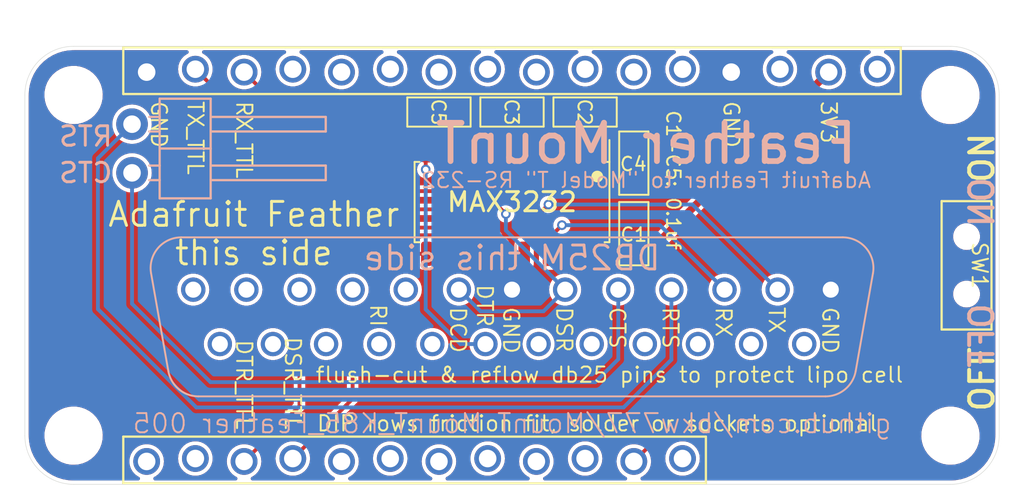
<source format=kicad_pcb>
(kicad_pcb (version 20211014) (generator pcbnew)
  (title_block (title "MounT_K85_Feather") (date "2022-10-23") (rev "005") (company "Brian K. White - b.kenyon.w@gmail.com") (comment 2 "github.com/bkw777/MounT"))
  (layers (0 "F.Cu" signal) (31 "B.Cu" signal) (34 "B.Paste" user) (35 "F.Paste" user) (36 "B.SilkS" user "B.Silkscreen") (37 "F.SilkS" user "F.Silkscreen") (38 "B.Mask" user) (39 "F.Mask" user) (44 "Edge.Cuts" user))
  (net 0 "")
  (net 1 "GND")
  (net 2 "/En")
  (net 3 "+3V3")
  (net 4 "/DTR_TTL")
  (net 5 "/DSR_TTL")
  (net 6 "/TX_TTL")
  (net 7 "/RX_TTL")
  (net 8 "/DTR_232")
  (net 9 "/CTS_232")
  (net 10 "/RTS_232")
  (net 11 "/RX_232")
  (net 12 "/TX_232")
  (net 33 "/DSR_DCD_232")
  (net 46 "/RI_232")
  (net 50 "Net-(C2-Pad1)")
  (net 51 "Net-(C2-Pad2)")
  (net 52 "Net-(C3-Pad1)")
  (net 53 "Net-(C3-Pad2)")
  (net 54 "Net-(C4-Pad1)")
  (net 55 "Net-(C5-Pad1)")
  (footprint "0_LOCAL:C_0805" (layer "F.Cu") (at 151.13 88.519 180)
    (fp_text reference "C2" (at 0.0254 0 270 unlocked) (layer "F.SilkS") (effects (font (size 0.7112 0.7112) (thickness 0.1016))))
    (fp_text value "0.1uf")
    (fp_line (start -1.651 -0.762) (end -1.651 0.762) (layer "F.SilkS") (width 0.1016))
    (fp_line (start 1.651 -0.762) (end -1.651 -0.762) (layer "F.SilkS") (width 0.1016))
    (fp_line (start 1.651 -0.762) (end 1.651 0.762) (layer "F.SilkS") (width 0.1016))
    (fp_line (start -1.651 0.762) (end 1.651 0.762) (layer "F.SilkS") (width 0.1016))
    (pad "1" smd roundrect locked (at -1 0 180) (size 1 1.25) (layers "F.Cu" "F.Paste" "F.Mask") (net 50 "Net-(C2-Pad1)"))
    (pad "2" smd roundrect locked (at 1 0 180) (size 1 1.25) (layers "F.Cu" "F.Paste" "F.Mask") (net 51 "Net-(C2-Pad2)"))
  )
  (footprint "0_LOCAL:C_0805" (layer "F.Cu") (at 147.32 88.519 180)
    (fp_text reference "C3" (at 0.0254 0 270 unlocked) (layer "F.SilkS") (effects (font (size 0.7112 0.7112) (thickness 0.1016))))
    (fp_text value "0.1uf")
    (fp_line (start 1.651 -0.762) (end -1.651 -0.762) (layer "F.SilkS") (width 0.1016))
    (fp_line (start -1.651 -0.762) (end -1.651 0.762) (layer "F.SilkS") (width 0.1016))
    (fp_line (start -1.651 0.762) (end 1.651 0.762) (layer "F.SilkS") (width 0.1016))
    (fp_line (start 1.651 -0.762) (end 1.651 0.762) (layer "F.SilkS") (width 0.1016))
    (pad "1" smd roundrect locked (at -1 0 180) (size 1 1.25) (layers "F.Cu" "F.Paste" "F.Mask") (net 52 "Net-(C3-Pad1)"))
    (pad "2" smd roundrect locked (at 1 0 180) (size 1 1.25) (layers "F.Cu" "F.Paste" "F.Mask") (net 53 "Net-(C3-Pad2)"))
  )
  (footprint "0_LOCAL:Adafruit_Feather_stagger_6mil" (layer "F.Cu") (at 147.32 96.52 180)
    (fp_text reference "J1" hide)
    (fp_text value "Adafruit_Feather")
    (fp_line (start 20.2692 -11.3792) (end -10.1092 -11.3792) (layer "F.SilkS") (width 0.12))
    (fp_line (start 20.2692 11.3792) (end 20.2692 8.9408) (layer "F.SilkS") (width 0.12))
    (fp_line (start 20.2692 8.9408) (end -20.2692 8.9408) (layer "F.SilkS") (width 0.12))
    (fp_line (start -10.1092 -8.9408) (end 20.2692 -8.9408) (layer "F.SilkS") (width 0.12))
    (fp_line (start -20.2692 8.9408) (end -20.2692 11.3792) (layer "F.SilkS") (width 0.12))
    (fp_line (start -20.2692 11.3792) (end 20.2692 11.3792) (layer "F.SilkS") (width 0.12))
    (fp_line (start -10.1092 -11.3792) (end -10.1092 -8.9408) (layer "F.SilkS") (width 0.12))
    (fp_line (start 20.2692 -8.9408) (end 20.2692 -11.3792) (layer "F.SilkS") (width 0.12))
    (pad "" np_thru_hole circle locked (at 22.86 8.89 180) (size 2.54 2.54) (drill 2.54) (layers *.Cu *.Mask))
    (pad "" np_thru_hole circle locked (at -22.86 -8.89 180) (size 2.54 2.54) (drill 2.54) (layers *.Cu *.Mask))
    (pad "" np_thru_hole circle locked (at -22.86 8.89 180) (size 2.54 2.54) (drill 2.54) (layers *.Cu *.Mask))
    (pad "" np_thru_hole circle locked (at 22.86 -8.89 180) (size 2.54 2.54) (drill 2.54) (layers *.Cu *.Mask))
    (pad "1" thru_hole circle locked (at -19.05 10.2362 180) (size 1.397 1.397) (drill 0.9144) (layers *.Cu *.Mask))
    (pad "2" thru_hole circle locked (at -16.51 10.0838 180) (size 1.397 1.397) (drill 0.9144) (layers *.Cu *.Mask) (net 3 "+3V3"))
    (pad "3" thru_hole circle locked (at -13.97 10.2362 180) (size 1.397 1.397) (drill 0.9144) (layers *.Cu *.Mask))
    (pad "4" thru_hole circle locked (at -11.43 10.0838 180) (size 1.397 1.397) (drill 0.9144) (layers *.Cu *.Mask) (net 1 "GND"))
    (pad "5" thru_hole circle locked (at -8.89 10.2362 180) (size 1.397 1.397) (drill 0.9144) (layers *.Cu *.Mask))
    (pad "6" thru_hole circle locked (at -6.35 10.0838 180) (size 1.397 1.397) (drill 0.9144) (layers *.Cu *.Mask))
    (pad "7" thru_hole circle locked (at -3.81 10.2362 180) (size 1.397 1.397) (drill 0.9144) (layers *.Cu *.Mask))
    (pad "8" thru_hole circle locked (at -1.27 10.0838 180) (size 1.397 1.397) (drill 0.9144) (layers *.Cu *.Mask))
    (pad "9" thru_hole circle locked (at 1.27 10.2362 180) (size 1.397 1.397) (drill 0.9144) (layers *.Cu *.Mask))
    (pad "10" thru_hole circle locked (at 3.81 10.0838 180) (size 1.397 1.397) (drill 0.9144) (layers *.Cu *.Mask))
    (pad "11" thru_hole circle locked (at 6.35 10.2362 180) (size 1.397 1.397) (drill 0.9144) (layers *.Cu *.Mask))
    (pad "12" thru_hole circle locked (at 8.89 10.0838 180) (size 1.397 1.397) (drill 0.9144) (layers *.Cu *.Mask))
    (pad "13" thru_hole circle locked (at 11.43 10.2362 180) (size 1.397 1.397) (drill 0.9144) (layers *.Cu *.Mask))
    (pad "14" thru_hole circle locked (at 13.97 10.0838 180) (size 1.397 1.397) (drill 0.9144) (layers *.Cu *.Mask) (net 7 "/RX_TTL"))
    (pad "15" thru_hole circle locked (at 16.51 10.2362 180) (size 1.397 1.397) (drill 0.9144) (layers *.Cu *.Mask) (net 6 "/TX_TTL"))
    (pad "16" thru_hole circle locked (at 19.05 10.0838 180) (size 1.397 1.397) (drill 0.9144) (layers *.Cu *.Mask) (net 1 "GND"))
    (pad "17" thru_hole circle locked (at 19.05 -10.2362 180) (size 1.397 1.397) (drill 0.9144) (layers *.Cu *.Mask))
    (pad "18" thru_hole circle locked (at 16.51 -10.0838 180) (size 1.397 1.397) (drill 0.9144) (layers *.Cu *.Mask))
    (pad "19" thru_hole circle locked (at 13.97 -10.2362 180) (size 1.397 1.397) (drill 0.9144) (layers *.Cu *.Mask) (net 4 "/DTR_TTL"))
    (pad "20" thru_hole circle locked (at 11.43 -10.0838 180) (size 1.397 1.397) (drill 0.9144) (layers *.Cu *.Mask) (net 5 "/DSR_TTL"))
    (pad "21" thru_hole circle locked (at 8.89 -10.2362 180) (size 1.397 1.397) (drill 0.9144) (layers *.Cu *.Mask))
    (pad "22" thru_hole circle locked (at 6.35 -10.0838 180) (size 1.397 1.397) (drill 0.9144) (layers *.Cu *.Mask))
    (pad "23" thru_hole circle locked (at 3.81 -10.2362 180) (size 1.397 1.397) (drill 0.9144) (layers *.Cu *.Mask))
    (pad "24" thru_hole circle locked (at 1.27 -10.0838 180) (size 1.397 1.397) (drill 0.9144) (layers *.Cu *.Mask))
    (pad "25" thru_hole circle locked (at -1.27 -10.2362 180) (size 1.397 1.397) (drill 0.9144) (layers *.Cu *.Mask))
    (pad "26" thru_hole circle locked (at -3.81 -10.0838 180) (size 1.397 1.397) (drill 0.9144) (layers *.Cu *.Mask))
    (pad "27" thru_hole circle locked (at -6.35 -10.2362 180) (size 1.397 1.397) (drill 0.9144) (layers *.Cu *.Mask) (net 2 "/En"))
    (pad "28" thru_hole circle locked (at -8.89 -10.0838 180) (size 1.397 1.397) (drill 0.9144) (layers *.Cu *.Mask))
  )
  (footprint "0_LOCAL:SOIC-16_W3.90mm" (layer "F.Cu") (at 147.32 93.218 180)
    (fp_text reference "U1" hide)
    (fp_text value "MAX3232" (at 0 0) (layer "F.SilkS"))
    (fp_line (start 4.826 2.0955) (end 5.08 2.0955) (layer "F.SilkS") (width 0.1))
    (fp_line (start -5.08 -2.0955) (end -4.826 -2.0955) (layer "F.SilkS") (width 0.1))
    (fp_line (start 4.826 -2.0955) (end 5.08 -2.0955) (layer "F.SilkS") (width 0.1))
    (fp_line (start -5.08 2.0955) (end -4.826 2.0955) (layer "F.SilkS") (width 0.1))
    (fp_line (start -5.08 -2.0955) (end -5.08 3.2385) (layer "F.SilkS") (width 0.1))
    (fp_line (start 5.08 2.0955) (end 5.08 -2.0955) (layer "F.SilkS") (width 0.1))
    (fp_circle (center -4.445 1.3335) (end -4.2926 1.3335) (layer "F.SilkS") (width 0.3048) (fill none))
    (pad "1" smd roundrect locked (at -4.445 2.7 180) (size 0.6 1.27) (layers "F.Cu" "F.Paste" "F.Mask") (net 50 "Net-(C2-Pad1)"))
    (pad "2" smd roundrect locked (at -3.175 2.7 180) (size 0.6 1.27) (layers "F.Cu" "F.Paste" "F.Mask") (net 54 "Net-(C4-Pad1)"))
    (pad "3" smd roundrect locked (at -1.905 2.7 180) (size 0.6 1.27) (layers "F.Cu" "F.Paste" "F.Mask") (net 51 "Net-(C2-Pad2)"))
    (pad "4" smd roundrect locked (at -0.635 2.7 180) (size 0.6 1.27) (layers "F.Cu" "F.Paste" "F.Mask") (net 52 "Net-(C3-Pad1)"))
    (pad "5" smd roundrect locked (at 0.635 2.7 180) (size 0.6 1.27) (layers "F.Cu" "F.Paste" "F.Mask") (net 53 "Net-(C3-Pad2)"))
    (pad "6" smd roundrect locked (at 1.905 2.7 180) (size 0.6 1.27) (layers "F.Cu" "F.Paste" "F.Mask") (net 55 "Net-(C5-Pad1)"))
    (pad "7" smd roundrect locked (at 3.175 2.7 180) (size 0.6 1.27) (layers "F.Cu" "F.Paste" "F.Mask") (net 33 "/DSR_DCD_232"))
    (pad "8" smd roundrect locked (at 4.445 2.7 180) (size 0.6 1.27) (layers "F.Cu" "F.Paste" "F.Mask") (net 8 "/DTR_232"))
    (pad "9" smd roundrect locked (at 4.445 -2.7 180) (size 0.6 1.27) (layers "F.Cu" "F.Paste" "F.Mask") (net 5 "/DSR_TTL"))
    (pad "10" smd roundrect locked (at 3.175 -2.7 180) (size 0.6 1.27) (layers "F.Cu" "F.Paste" "F.Mask") (net 4 "/DTR_TTL"))
    (pad "11" smd roundrect locked (at 1.905 -2.7 180) (size 0.6 1.27) (layers "F.Cu" "F.Paste" "F.Mask") (net 6 "/TX_TTL"))
    (pad "12" smd roundrect locked (at 0.635 -2.7 180) (size 0.6 1.27) (layers "F.Cu" "F.Paste" "F.Mask") (net 7 "/RX_TTL"))
    (pad "13" smd roundrect locked (at -0.635 -2.7 180) (size 0.6 1.27) (layers "F.Cu" "F.Paste" "F.Mask") (net 12 "/TX_232"))
    (pad "14" smd roundrect locked (at -1.905 -2.7 180) (size 0.6 1.27) (layers "F.Cu" "F.Paste" "F.Mask") (net 11 "/RX_232"))
    (pad "15" smd roundrect locked (at -3.175 -2.7 180) (size 0.6 1.27) (layers "F.Cu" "F.Paste" "F.Mask") (net 1 "GND"))
    (pad "16" smd roundrect locked (at -4.445 -2.7 180) (size 0.6 1.27) (layers "F.Cu" "F.Paste" "F.Mask") (net 3 "+3V3"))
  )
  (footprint "0_LOCAL:C_0805" (layer "F.Cu") (at 143.51 88.519 180)
    (fp_text reference "C5" (at 0.0254 0 270 unlocked) (layer "F.SilkS") (effects (font (size 0.7112 0.7112) (thickness 0.1016))))
    (fp_text value "0.1uf")
    (fp_line (start -1.651 0.762) (end 1.651 0.762) (layer "F.SilkS") (width 0.1016))
    (fp_line (start 1.651 -0.762) (end -1.651 -0.762) (layer "F.SilkS") (width 0.1016))
    (fp_line (start 1.651 -0.762) (end 1.651 0.762) (layer "F.SilkS") (width 0.1016))
    (fp_line (start -1.651 -0.762) (end -1.651 0.762) (layer "F.SilkS") (width 0.1016))
    (pad "1" smd roundrect locked (at -1 0 180) (size 1 1.25) (layers "F.Cu" "F.Paste" "F.Mask") (net 55 "Net-(C5-Pad1)"))
    (pad "2" smd roundrect locked (at 1 0 180) (size 1 1.25) (layers "F.Cu" "F.Paste" "F.Mask") (net 1 "GND"))
  )
  (footprint "0_LOCAL:C_0805" (layer "F.Cu") (at 153.67 94.869 90)
    (fp_text reference "C1" (at -0.0508 0) (layer "F.SilkS") (effects (font (size 0.7112 0.7112) (thickness 0.1016))))
    (fp_text value "0.1uf")
    (fp_line (start 1.651 -0.762) (end 1.651 0.762) (layer "F.SilkS") (width 0.1016))
    (fp_line (start -1.651 0.762) (end 1.651 0.762) (layer "F.SilkS") (width 0.1016))
    (fp_line (start 1.651 -0.762) (end -1.651 -0.762) (layer "F.SilkS") (width 0.1016))
    (fp_line (start -1.651 -0.762) (end -1.651 0.762) (layer "F.SilkS") (width 0.1016))
    (pad "1" smd roundrect locked (at -1 0 90) (size 1 1.25) (layers "F.Cu" "F.Paste" "F.Mask") (net 3 "+3V3"))
    (pad "2" smd roundrect locked (at 1 0 90) (size 1 1.25) (layers "F.Cu" "F.Paste" "F.Mask") (net 1 "GND"))
  )
  (footprint "0_LOCAL:C_0805" (layer "F.Cu") (at 153.67 91.186 90)
    (fp_text reference "C4" (at -0.0508 -0.0254) (layer "F.SilkS") (effects (font (size 0.7112 0.7112) (thickness 0.1016))))
    (fp_text value "0.1uf")
    (fp_line (start 1.651 -0.762) (end 1.651 0.762) (layer "F.SilkS") (width 0.1016))
    (fp_line (start -1.651 0.762) (end 1.651 0.762) (layer "F.SilkS") (width 0.1016))
    (fp_line (start -1.651 -0.762) (end -1.651 0.762) (layer "F.SilkS") (width 0.1016))
    (fp_line (start 1.651 -0.762) (end -1.651 -0.762) (layer "F.SilkS") (width 0.1016))
    (pad "1" smd roundrect locked (at -1 0 90) (size 1 1.25) (layers "F.Cu" "F.Paste" "F.Mask") (net 54 "Net-(C4-Pad1)"))
    (pad "2" smd roundrect locked (at 1 0 90) (size 1 1.25) (layers "F.Cu" "F.Paste" "F.Mask") (net 1 "GND"))
  )
  (footprint "0_LOCAL:EG1215" (layer "F.Cu") (at 171.02 96.52 90)
    (fp_text reference "SW1" (at 0 0.684 270 unlocked) (layer "F.SilkS") (effects (font (size 0.8 0.8) (thickness 0.1))))
    (fp_text value "CUS-12TB")
    (fp_line (start -3.35 -1.3) (end -3.35 1.3) (layer "F.SilkS") (width 0.12))
    (fp_line (start -3.35 1.3) (end 3.35 1.3) (layer "F.SilkS") (width 0.12))
    (fp_line (start 3.35 1.3) (end 3.35 -1.3) (layer "F.SilkS") (width 0.12))
    (fp_line (start 3.35 -1.3) (end -3.35 -1.3) (layer "F.SilkS") (width 0.12))
    (pad "" np_thru_hole circle (at -1.5 0 90) (size 0.9 0.9) (drill 0.9) (layers *.Cu *.Mask))
    (pad "" np_thru_hole circle (at 1.5 0 90) (size 0.9 0.9) (drill 0.9) (layers *.Cu *.Mask))
    (pad "1" smd roundrect (at -2.25 -1.75 90) (size 0.7 1.5) (layers "F.Cu" "F.Paste" "F.Mask") (roundrect_rratio 0.1) (net 2 "/En"))
    (pad "2" smd roundrect (at 0.75 -1.75 90) (size 0.7 1.5) (layers "F.Cu" "F.Paste" "F.Mask") (roundrect_rratio 0.1) (net 1 "GND"))
    (pad "3" smd roundrect (at 2.25 -1.75 90) (size 0.7 1.5) (layers "F.Cu" "F.Paste" "F.Mask") (roundrect_rratio 0.1) (net 1 "GND"))
    (pad "S" smd roundrect (at 3.65 1.05 90) (size 1 0.8) (layers "F.Cu" "F.Paste" "F.Mask") (roundrect_rratio 0.1) (net 1 "GND"))
    (pad "S" smd roundrect (at -3.65 -1.05 90) (size 1 0.8) (layers "F.Cu" "F.Paste" "F.Mask") (roundrect_rratio 0.1) (net 1 "GND"))
    (pad "S" smd roundrect (at 3.65 -1.05 90) (size 1 0.8) (layers "F.Cu" "F.Paste" "F.Mask") (roundrect_rratio 0.1) (net 1 "GND"))
    (pad "S" smd roundrect (at -3.65 1.05 90) (size 1 0.8) (layers "F.Cu" "F.Paste" "F.Mask") (roundrect_rratio 0.1) (net 1 "GND"))
  )
  (footprint "0_LOCAL:PinHeader_1x02_P2.54mm_Horizontal" (layer "B.Cu") (at 127.508 91.694)
    (fp_text reference "JP1" hide)
    (fp_text value "Jumper_2_Bridged")
    (fp_line (start 0.9 0.38) (end 1.44 0.38) (layer "B.SilkS") (width 0.12))
    (fp_line (start 1.44 -3.87) (end 4.1 -3.87) (layer "B.SilkS") (width 0.12))
    (fp_line (start 10.1 -2.16) (end 10.1 -2.92) (layer "B.SilkS") (width 0.12))
    (fp_line (start 0.9 -2.16) (end 1.44 -2.16) (layer "B.SilkS") (width 0.12))
    (fp_line (start 10.1 0.38) (end 10.1 -0.38) (layer "B.SilkS") (width 0.12))
    (fp_line (start 4.1 0.38) (end 10.1 0.38) (layer "B.SilkS") (width 0.12))
    (fp_line (start 4.1 -3.87) (end 4.1 1.33) (layer "B.SilkS") (width 0.12))
    (fp_line (start 10.1 -0.38) (end 4.1 -0.38) (layer "B.SilkS") (width 0.12))
    (fp_line (start 1.44 1.33) (end 1.44 -3.87) (layer "B.SilkS") (width 0.12))
    (fp_line (start 4.1 -2.16) (end 10.1 -2.16) (layer "B.SilkS") (width 0.12))
    (fp_line (start 10.1 -2.92) (end 4.1 -2.92) (layer "B.SilkS") (width 0.12))
    (fp_line (start 1.44 -1.27) (end 4.1 -1.27) (layer "B.SilkS") (width 0.12))
    (fp_line (start 0.9 -0.38) (end 1.44 -0.38) (layer "B.SilkS") (width 0.12))
    (fp_line (start 0.9 -2.92) (end 1.44 -2.92) (layer "B.SilkS") (width 0.12))
    (fp_line (start 4.1 1.33) (end 1.44 1.33) (layer "B.SilkS") (width 0.12))
    (pad "1" thru_hole circle (at 0 0) (size 1.651 1.651) (drill 0.9144) (layers *.Cu *.Mask) (net 9 "/CTS_232"))
    (pad "2" thru_hole circle (at 0 -2.54) (size 1.651 1.651) (drill 0.9144) (layers *.Cu *.Mask) (net 10 "/RTS_232"))
  )
  (footprint "0_LOCAL:DSUB-25_Male_Vertical_P2.77x2.84mm" (layer "B.Cu") (at 163.94 97.79 180)
    (fp_text reference "J2" hide)
    (fp_text value "DB25_Male")
    (fp_line (start -2.198887 0.852163) (end -1.299619 -4.247837) (layer "B.SilkS") (width 0.1))
    (fp_line (start 0.276073 -5.57) (end 32.963927 -5.57) (layer "B.SilkS") (width 0.1))
    (fp_line (start 35.438887 0.852163) (end 34.539619 -4.247837) (layer "B.SilkS") (width 0.1))
    (fp_line (start -0.623194 2.73) (end 33.863194 2.73) (layer "B.SilkS") (width 0.1))
    (fp_arc (start -1.299619 -4.247837) (mid -0.752387 -5.195671) (end 0.276073 -5.57) (layer "B.SilkS") (width 0.1))
    (fp_arc (start -0.623194 2.73) (mid -1.848865 2.15846) (end -2.198886 0.852163) (layer "B.SilkS") (width 0.1))
    (fp_arc (start 35.438886 0.852163) (mid 35.088865 2.158458) (end 33.863194 2.73) (layer "B.SilkS") (width 0.1))
    (fp_arc (start 32.963927 -5.57) (mid 33.992372 -5.195661) (end 34.539619 -4.247837) (layer "B.SilkS") (width 0.1))
    (pad "1" thru_hole roundrect locked (at 0 0 180) (size 1.27 1.27) (drill 0.8382) (layers *.Cu *.Mask) (roundrect_rratio 0.1) (net 1 "GND"))
    (pad "2" thru_hole circle locked (at 2.77 0 180) (size 1.27 1.27) (drill 0.8382) (layers *.Cu *.Mask) (net 12 "/TX_232"))
    (pad "3" thru_hole circle locked (at 5.54 0 180) (size 1.27 1.27) (drill 0.8382) (layers *.Cu *.Mask) (net 11 "/RX_232"))
    (pad "4" thru_hole circle locked (at 8.31 0 180) (size 1.27 1.27) (drill 0.8382) (layers *.Cu *.Mask) (net 10 "/RTS_232"))
    (pad "5" thru_hole circle locked (at 11.08 0 180) (size 1.27 1.27) (drill 0.8382) (layers *.Cu *.Mask) (net 9 "/CTS_232"))
    (pad "6" thru_hole circle locked (at 13.85 0 180) (size 1.27 1.27) (drill 0.8382) (layers *.Cu *.Mask) (net 33 "/DSR_DCD_232"))
    (pad "7" thru_hole circle locked (at 16.62 0 180) (size 1.27 1.27) (drill 0.8382) (layers *.Cu *.Mask) (net 1 "GND"))
    (pad "8" thru_hole circle locked (at 19.39 0 180) (size 1.27 1.27) (drill 0.8382) (layers *.Cu *.Mask) (net 33 "/DSR_DCD_232"))
    (pad "9" thru_hole circle locked (at 22.16 0 180) (size 1.27 1.27) (drill 0.8382) (layers *.Cu *.Mask))
    (pad "10" thru_hole circle locked (at 24.93 0 180) (size 1.27 1.27) (drill 0.8382) (layers *.Cu *.Mask))
    (pad "11" thru_hole circle locked (at 27.7 0 180) (size 1.27 1.27) (drill 0.8382) (layers *.Cu *.Mask))
    (pad "12" thru_hole circle locked (at 30.47 0 180) (size 1.27 1.27) (drill 0.8382) (layers *.Cu *.Mask))
    (pad "13" thru_hole circle locked (at 33.24 0 180) (size 1.27 1.27) (drill 0.8382) (layers *.Cu *.Mask))
    (pad "14" thru_hole circle locked (at 1.385 -2.84 180) (size 1.27 1.27) (drill 0.8382) (layers *.Cu *.Mask))
    (pad "15" thru_hole circle locked (at 4.155 -2.84 180) (size 1.27 1.27) (drill 0.8382) (layers *.Cu *.Mask))
    (pad "16" thru_hole circle locked (at 6.925 -2.84 180) (size 1.27 1.27) (drill 0.8382) (layers *.Cu *.Mask))
    (pad "17" thru_hole circle locked (at 9.695 -2.84 180) (size 1.27 1.27) (drill 0.8382) (layers *.Cu *.Mask))
    (pad "18" thru_hole circle locked (at 12.465 -2.84 180) (size 1.27 1.27) (drill 0.8382) (layers *.Cu *.Mask))
    (pad "19" thru_hole circle locked (at 15.235 -2.84 180) (size 1.27 1.27) (drill 0.8382) (layers *.Cu *.Mask))
    (pad "20" thru_hole circle locked (at 18.005 -2.84 180) (size 1.27 1.27) (drill 0.8382) (layers *.Cu *.Mask) (net 8 "/DTR_232"))
    (pad "21" thru_hole circle locked (at 20.775 -2.84 180) (size 1.27 1.27) (drill 0.8382) (layers *.Cu *.Mask))
    (pad "22" thru_hole circle locked (at 23.545 -2.84 180) (size 1.27 1.27) (drill 0.8382) (layers *.Cu *.Mask) (net 46 "/RI_232"))
    (pad "23" thru_hole circle locked (at 26.315 -2.84 180) (size 1.27 1.27) (drill 0.8382) (layers *.Cu *.Mask))
    (pad "24" thru_hole circle locked (at 29.085 -2.84 180) (size 1.27 1.27) (drill 0.8382) (layers *.Cu *.Mask))
    (pad "25" thru_hole circle locked (at 31.855 -2.84 180) (size 1.27 1.27) (drill 0.8382) (layers *.Cu *.Mask))
  )
  (gr_line (start 124.46 107.95) (end 170.18 107.95) (layer "Edge.Cuts") (width 0.0254))
  (gr_line (start 172.72 105.41) (end 172.72 87.63) (layer "Edge.Cuts") (width 0.0254))
  (gr_line (start 170.18 85.09) (end 124.46 85.09) (layer "Edge.Cuts") (width 0.0254))
  (gr_line (start 121.92 87.63) (end 121.92 105.41) (layer "Edge.Cuts") (width 0.0254))
  (gr_arc (start 170.18 85.09) (mid 171.976051 85.833949) (end 172.72 87.63) (layer "Edge.Cuts") (width 0.0254))
  (gr_arc (start 124.46 107.95) (mid 122.663949 107.206051) (end 121.92 105.41) (layer "Edge.Cuts") (width 0.0254))
  (gr_arc (start 121.92 87.63) (mid 122.663949 85.833949) (end 124.46 85.09) (layer "Edge.Cuts") (width 0.0254))
  (gr_arc (start 172.72 105.41) (mid 171.976051 107.206051) (end 170.18 107.95) (layer "Edge.Cuts") (width 0.0254))
  (gr_text "ON" (at 171.82 93.22 90) (layer "B.SilkS") (effects (font (size 1.2192 1.2192) (thickness 0.2032)) (justify mirror)))
  (gr_text "Feather MounT" (at 154.305 90.17) (layer "B.SilkS") (effects (font (size 2 2) (thickness 0.3)) (justify mirror)))
  (gr_text "CTS" (at 125.095 91.694) (layer "B.SilkS") (effects (font (size 1.016 1.016) (thickness 0.1524)) (justify mirror)))
  (gr_text "OFF" (at 171.82 100.22 90) (layer "B.SilkS") (effects (font (size 1.2192 1.2192) (thickness 0.2032)) (justify mirror)))
  (gr_text "DB25M this side" (at 147.32 96.139) (layer "B.SilkS") (effects (font (size 1.25 1.25)) (justify mirror)))
  (gr_text "RTS" (at 125.095 89.789) (layer "B.SilkS") (effects (font (size 1.016 1.016) (thickness 0.1524)) (justify mirror)))
  (gr_text "${COMMENT2} ${TITLE} ${REVISION}" (at 147.32 104.775) (layer "B.SilkS") (effects (font (size 1 1) (thickness 0.1)) (justify mirror)))
  (gr_text "Adafruit Feather to {dblquote}Model T{dblquote} RS-232" (at 154.305 92.075) (layer "B.SilkS") (effects (font (size 0.8 0.8) (thickness 0.1)) (justify mirror)))
  (gr_text "ON" (at 171.82 92.32 90) (layer "F.SilkS") (effects (font (size 1.2192 1.2192) (thickness 0.2032)) (justify left)))
  (gr_text "Adafruit Feather\nthis side" (at 133.858 94.869) (layer "F.SilkS") (effects (font (size 1.25 1.25))))
  (gr_text "GND" (at 158.75 87.884 -90) (layer "F.SilkS") (effects (font (size 0.8 0.8) (thickness 0.1)) (justify left)))
  (gr_text "GND" (at 128.905 87.884 -90) (layer "F.SilkS") (effects (font (size 0.8 0.8) (thickness 0.1)) (justify left)))
  (gr_text "DIP rows friction fit, solder or sockets optional" (at 151.765 104.775) (layer "F.SilkS") (effects (font (size 0.8 0.8) (thickness 0.1))))
  (gr_text "RTS" (at 155.575 98.6282 -90) (layer "F.SilkS") (effects (font (size 0.8 0.8) (thickness 0.1)) (justify left)))
  (gr_text "flush-cut & reflow db25 pins to protect lipo cell" (at 152.4 102.235) (layer "F.SilkS") (effects (font (size 0.8 0.8) (thickness 0.1))))
  (gr_text "TX" (at 161.1122 98.6282 -90) (layer "F.SilkS") (effects (font (size 0.8 0.8) (thickness 0.1)) (justify left)))
  (gr_text "GND" (at 163.9062 98.6282 -90) (layer "F.SilkS") (effects (font (size 0.8 0.8) (thickness 0.1)) (justify left)))
  (gr_text "DCD" (at 144.5006 98.6282 -90) (layer "F.SilkS") (effects (font (size 0.8 0.8) (thickness 0.1)) (justify left)))
  (gr_text "RX" (at 158.3436 98.6282 -90) (layer "F.SilkS") (effects (font (size 0.8 0.8) (thickness 0.1)) (justify left)))
  (gr_text "RX_TTL" (at 133.35 87.884 -90) (layer "F.SilkS") (effects (font (size 0.8 0.8) (thickness 0.1)) (justify left)))
  (gr_text "DSR" (at 150.0378 98.6282 -90) (layer "F.SilkS") (effects (font (size 0.8 0.8) (thickness 0.1)) (justify left)))
  (gr_text "OFF" (at 171.82 100.62 90) (layer "F.SilkS") (effects (font (size 1.2192 1.2192) (thickness 0.2032)) (justify right)))
  (gr_text "C1-C5: 0.1uf" (at 155.7274 92.075 -90) (layer "F.SilkS") (effects (font (size 0.7112 0.7112) (thickness 0.1016))))
  (gr_text "TX_TTL" (at 130.81 87.884 -90) (layer "F.SilkS") (effects (font (size 0.8 0.8) (thickness 0.1)) (justify left)))
  (gr_text "3V3" (at 163.83 87.884 -90) (layer "F.SilkS") (effects (font (size 0.8 0.8) (thickness 0.1)) (justify left)))
  (gr_text "RI" (at 140.335 99.7966 -90) (layer "F.SilkS") (effects (font (size 0.8 0.8) (thickness 0.1)) (justify right)))
  (gr_text "GND" (at 147.2692 98.6282 -90) (layer "F.SilkS") (effects (font (size 0.8 0.8) (thickness 0.1)) (justify left)))
  (gr_text "DTR" (at 145.8976 99.7966 -90) (layer "F.SilkS") (effects (font (size 0.8 0.8) (thickness 0.1)) (justify right)))
  (gr_text "DSR_TTL" (at 135.89 105.156 -90) (layer "F.SilkS") (effects (font (size 0.8 0.8) (thickness 0.1)) (justify right)))
  (gr_text "DTR_TTL" (at 133.35 105.156 -90) (layer "F.SilkS") (effects (font (size 0.8 0.8) (thickness 0.1)) (justify right)))
  (gr_text "CTS" (at 152.8064 98.6282 -90) (layer "F.SilkS") (effects (font (size 0.8 0.8) (thickness 0.1)) (justify left)))
  (segment (start 153.67 106.7562) (end 156.7312 103.695) (width 0.2) (layer "F.Cu") (net 2))
  (segment (start 156.7312 103.695) (end 163.945 103.695) (width 0.2) (layer "F.Cu") (net 2))
  (segment (start 168.87 98.77) (end 169.27 98.77) (width 0.2) (layer "F.Cu") (net 2))
  (segment (start 163.945 103.695) (end 168.87 98.77) (width 0.2) (layer "F.Cu") (net 2))
  (segment (start 163.83 86.4362) (end 154.6962 95.57) (width 0.4) (layer "F.Cu") (net 3))
  (segment (start 153.969 95.57) (end 153.67 95.869) (width 0.4) (layer "F.Cu") (net 3))
  (segment (start 151.765 95.918) (end 153.621 95.918) (width 0.4) (layer "F.Cu") (net 3))
  (segment (start 154.6962 95.57) (end 153.969 95.57) (width 0.4) (layer "F.Cu") (net 3))
  (segment (start 153.621 95.918) (end 153.67 95.869) (width 0.4) (layer "F.Cu") (net 3))
  (segment (start 151.765 95.918) (end 151.765 95.97) (width 0.4) (layer "F.Cu") (net 3))
  (segment (start 137.625 98.5188) (end 137.625 97.1726) (width 0.2) (layer "F.Cu") (net 4))
  (segment (start 143.383 94.5515) (end 143.9545 95.123) (width 0.2) (layer "F.Cu") (net 4))
  (segment (start 137.625 97.1726) (end 140.2461 94.5515) (width 0.2) (layer "F.Cu") (net 4))
  (segment (start 143.9545 95.7275) (end 144.145 95.918) (width 0.2) (layer "F.Cu") (net 4))
  (segment (start 140.2461 94.5515) (end 143.383 94.5515) (width 0.2) (layer "F.Cu") (net 4))
  (segment (start 133.35 106.7562) (end 136.24 103.8662) (width 0.2) (layer "F.Cu") (net 4))
  (segment (start 136.24 99.9038) (end 137.625 98.5188) (width 0.2) (layer "F.Cu") (net 4))
  (segment (start 143.9545 95.123) (end 143.9545 95.7275) (width 0.2) (layer "F.Cu") (net 4))
  (segment (start 136.24 103.8662) (end 136.24 99.9038) (width 0.2) (layer "F.Cu") (net 4))
  (segment (start 135.89 106.6038) (end 139.01 103.4838) (width 0.2) (layer "F.Cu") (net 5))
  (segment (start 139.01 103.4838) (end 139.01 99.877) (width 0.2) (layer "F.Cu") (net 5))
  (segment (start 140.395 98.492) (end 140.395 97.1966) (width 0.2) (layer "F.Cu") (net 5))
  (segment (start 139.01 99.877) (end 140.395 98.492) (width 0.2) (layer "F.Cu") (net 5))
  (segment (start 140.395 97.1966) (end 141.6736 95.918) (width 0.2) (layer "F.Cu") (net 5))
  (segment (start 141.6736 95.918) (end 142.875 95.918) (width 0.2) (layer "F.Cu") (net 5))
  (segment (start 145.2245 95.7275) (end 145.2245 95.0595) (width 0.2) (layer "F.Cu") (net 6))
  (segment (start 138.1252 93.599) (end 130.81 86.2838) (width 0.2) (layer "F.Cu") (net 6))
  (segment (start 143.764 93.599) (end 138.1252 93.599) (width 0.2) (layer "F.Cu") (net 6))
  (segment (start 145.415 95.918) (end 145.2245 95.7275) (width 0.2) (layer "F.Cu") (net 6))
  (segment (start 145.2245 95.0595) (end 143.764 93.599) (width 0.2) (layer "F.Cu") (net 6))
  (segment (start 144.145 92.6465) (end 139.5603 92.6465) (width 0.2) (layer "F.Cu") (net 7))
  (segment (start 146.685 95.918) (end 146.4945 95.7275) (width 0.2) (layer "F.Cu") (net 7))
  (segment (start 146.4945 94.996) (end 144.145 92.6465) (width 0.2) (layer "F.Cu") (net 7))
  (segment (start 146.4945 95.7275) (end 146.4945 94.996) (width 0.2) (layer "F.Cu") (net 7))
  (segment (start 139.5603 92.6465) (end 133.35 86.4362) (width 0.2) (layer "F.Cu") (net 7))
  (segment (start 142.82 90.573) (end 142.875 90.518) (width 0.2) (layer "F.Cu") (net 8))
  (segment (start 142.82 91.52) (end 142.82 90.573) (width 0.2) (layer "F.Cu") (net 8))
  (via (at 142.82 91.52) (size 0.5) (drill 0.3) (layers "F.Cu" "B.Cu") (net 8))
  (segment (start 144.63 100.63) (end 145.935 100.63) (width 0.2) (layer "B.Cu") (net 8))
  (segment (start 142.82 98.82) (end 144.63 100.63) (width 0.2) (layer "B.Cu") (net 8))
  (segment (start 142.82 91.52) (end 142.82 98.82) (width 0.2) (layer "B.Cu") (net 8))
  (segment (start 152.86 97.79) (end 152.86 101.4194) (width 0.2) (layer "B.Cu") (net 9))
  (segment (start 152.86 101.4194) (end 151.6634 102.616) (width 0.2) (layer "B.Cu") (net 9))
  (segment (start 127.508 98.5266) (end 127.508 91.694) (width 0.2) (layer "B.Cu") (net 9))
  (segment (start 151.6634 102.616) (end 131.5974 102.616) (width 0.2) (layer "B.Cu") (net 9))
  (segment (start 131.5974 102.616) (end 127.508 98.5266) (width 0.2) (layer "B.Cu") (net 9))
  (segment (start 155.63 101.4434) (end 153.1366 103.9368) (width 0.2) (layer "B.Cu") (net 10))
  (segment (start 125.73 90.932) (end 127.508 89.154) (width 0.2) (layer "B.Cu") (net 10))
  (segment (start 155.63 97.79) (end 155.63 101.4434) (width 0.2) (layer "B.Cu") (net 10))
  (segment (start 153.1366 103.9368) (end 130.8608 103.9368) (width 0.2) (layer "B.Cu") (net 10))
  (segment (start 130.8608 103.9368) (end 125.73 98.806) (width 0.2) (layer "B.Cu") (net 10))
  (segment (start 125.73 98.806) (end 125.73 90.932) (width 0.2) (layer "B.Cu") (net 10))
  (segment (start 149.4155 95.7275) (end 149.225 95.918) (width 0.2) (layer "F.Cu") (net 11))
  (segment (start 149.9235 94.4245) (end 149.4155 94.9325) (width 0.2) (layer "F.Cu") (net 11))
  (segment (start 149.4155 94.9325) (end 149.4155 95.7275) (width 0.2) (layer "F.Cu") (net 11))
  (via (at 149.9235 94.4245) (size 0.5) (drill 0.3) (layers "F.Cu" "B.Cu") (net 11))
  (segment (start 155.0345 94.4245) (end 158.4 97.79) (width 0.2) (layer "B.Cu") (net 11))
  (segment (start 149.9235 94.4245) (end 155.0345 94.4245) (width 0.2) (layer "B.Cu") (net 11))
  (segment (start 148.1455 95.7275) (end 147.955 95.918) (width 0.2) (layer "F.Cu") (net 12))
  (segment (start 149.22 93.345) (end 148.1455 94.4195) (width 0.2) (layer "F.Cu") (net 12))
  (segment (start 148.1455 94.4195) (end 148.1455 95.7275) (width 0.2) (layer "F.Cu") (net 12))
  (via (at 149.22 93.345) (size 0.5) (drill 0.3) (layers "F.Cu" "B.Cu") (net 12))
  (segment (start 149.22 93.345) (end 156.725 93.345) (width 0.2) (layer "B.Cu") (net 12))
  (segment (start 156.725 93.345) (end 161.17 97.79) (width 0.2) (layer "B.Cu") (net 12))
  (segment (start 145.01 92.02) (end 144.3482 91.3582) (width 0.2) (layer "F.Cu") (net 33))
  (segment (start 144.3482 90.7212) (end 144.145 90.518) (width 0.2) (layer "F.Cu") (net 33))
  (segment (start 147 93.84) (end 145.18 92.02) (width 0.2) (layer "F.Cu") (net 33))
  (segment (start 144.3482 91.3582) (end 144.3482 90.7212) (width 0.2) (layer "F.Cu") (net 33))
  (segment (start 145.18 92.02) (end 145.01 92.02) (width 0.2) (layer "F.Cu") (net 33))
  (via (at 147 93.84) (size 0.5) (drill 0.3) (layers "F.Cu" "B.Cu") (net 33))
  (segment (start 145.68 98.92) (end 144.55 97.79) (width 0.2) (layer "B.Cu") (net 33))
  (segment (start 150.09 97.79) (end 148.96 98.92) (width 0.2) (layer "B.Cu") (net 33))
  (segment (start 148.96 98.92) (end 145.68 98.92) (width 0.2) (layer "B.Cu") (net 33))
  (segment (start 147 94.7) (end 150.09 97.79) (width 0.2) (layer "B.Cu") (net 33))
  (segment (start 147 93.84) (end 147 94.7) (width 0.2) (layer "B.Cu") (net 33))
  (segment (start 151.8666 90.4164) (end 151.8666 88.7824) (width 0.4) (layer "F.Cu") (net 50))
  (segment (start 151.8666 88.7824) (end 152.13 88.519) (width 0.4) (layer "F.Cu") (net 50))
  (segment (start 151.765 90.518) (end 151.8666 90.4164) (width 0.4) (layer "F.Cu") (net 50))
  (segment (start 150.13 88.519) (end 149.8346 88.8144) (width 0.4) (layer "F.Cu") (net 51))
  (segment (start 149.8346 88.8144) (end 149.8346 89.1454) (width 0.4) (layer "F.Cu") (net 51))
  (segment (start 149.8346 89.1454) (end 149.33 89.65) (width 0.4) (layer "F.Cu") (net 51))
  (segment (start 149.33 89.65) (end 149.33 90.465) (width 0.4) (layer "F.Cu") (net 51))
  (segment (start 149.33 90.465) (end 149.225 90.57) (width 0.4) (layer "F.Cu") (net 51))
  (segment (start 148.0566 88.7824) (end 148.32 88.519) (width 0.4) (layer "F.Cu") (net 52))
  (segment (start 148.0566 90.4164) (end 148.0566 88.7824) (width 0.4) (layer "F.Cu") (net 52))
  (segment (start 147.955 90.518) (end 148.0566 90.4164) (width 0.4) (layer "F.Cu") (net 52))
  (segment (start 146.5834 90.4164) (end 146.5834 88.7824) (width 0.4) (layer "F.Cu") (net 53))
  (segment (start 146.685 90.518) (end 146.5834 90.4164) (width 0.4) (layer "F.Cu") (net 53))
  (segment (start 146.5834 88.7824) (end 146.32 88.519) (width 0.4) (layer "F.Cu") (net 53))
  (segment (start 150.495 91.4146) (end 150.495 90.518) (width 0.4) (layer "F.Cu") (net 54))
  (segment (start 151.2664 92.186) (end 150.495 91.4146) (width 0.4) (layer "F.Cu") (net 54))
  (segment (start 153.67 92.186) (end 151.2664 92.186) (width 0.4) (layer "F.Cu") (net 54))
  (segment (start 144.8054 88.8144) (end 144.51 88.519) (width 0.4) (layer "F.Cu") (net 55))
  (segment (start 145.32555 90.42855) (end 145.32555 89.76805) (width 0.4) (layer "F.Cu") (net 55))
  (segment (start 144.8054 89.1554) (end 144.8054 88.8144) (width 0.4) (layer "F.Cu") (net 55))
  (segment (start 145.415 90.518) (end 145.32555 90.42855) (width 0.4) (layer "F.Cu") (net 55))
  (segment (start 145.3261 89.7636) (end 145.3261 89.6761) (width 0.4) (layer "F.Cu") (net 55))
  (segment (start 145.3261 89.6761) (end 144.8054 89.1554) (width 0.4) (layer "F.Cu") (net 55))
  (zone (net 1) (net_name "GND") (layer "F.Cu") (connect_pads yes (clearance 0.2)) (min_thickness 0.2) (fill yes (thermal_gap 0.2) (thermal_bridge_width 0.3) (smoothing fillet) (radius 0.1))
    (polygon (pts (xy 121.92 85.09) (xy 172.72 85.09) (xy 172.72 107.95) (xy 121.92 107.95)))
  )
  (zone (net 1) (net_name "GND") (layer "B.Cu") (connect_pads yes (clearance 0.2)) (min_thickness 0.2) (fill yes (thermal_gap 0.2) (thermal_bridge_width 0.3) (smoothing fillet) (radius 0.1))
    (polygon (pts (xy 121.92 85.09) (xy 172.72 85.09) (xy 172.72 107.95) (xy 121.92 107.95)))
  )
)
</source>
